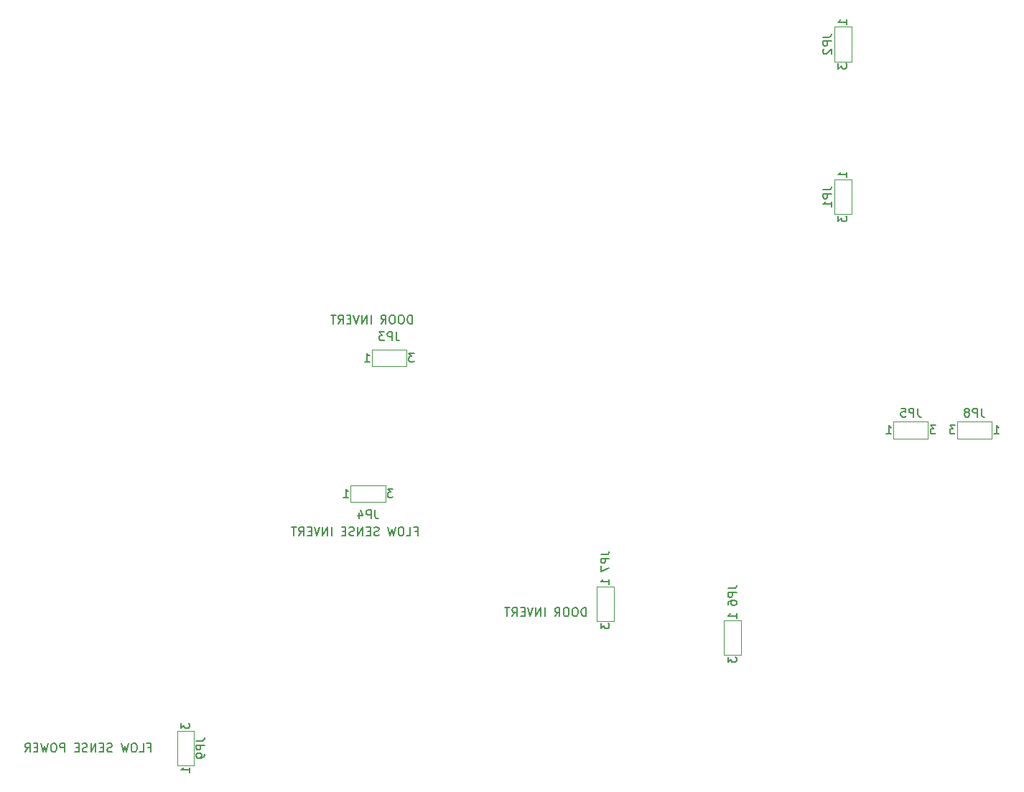
<source format=gbr>
%TF.GenerationSoftware,KiCad,Pcbnew,(6.0.1)*%
%TF.CreationDate,2023-02-05T15:58:29-08:00*%
%TF.ProjectId,Interface Board,496e7465-7266-4616-9365-20426f617264,rev?*%
%TF.SameCoordinates,Original*%
%TF.FileFunction,Legend,Bot*%
%TF.FilePolarity,Positive*%
%FSLAX46Y46*%
G04 Gerber Fmt 4.6, Leading zero omitted, Abs format (unit mm)*
G04 Created by KiCad (PCBNEW (6.0.1)) date 2023-02-05 15:58:29*
%MOMM*%
%LPD*%
G01*
G04 APERTURE LIST*
G04 Aperture macros list*
%AMRoundRect*
0 Rectangle with rounded corners*
0 $1 Rounding radius*
0 $2 $3 $4 $5 $6 $7 $8 $9 X,Y pos of 4 corners*
0 Add a 4 corners polygon primitive as box body*
4,1,4,$2,$3,$4,$5,$6,$7,$8,$9,$2,$3,0*
0 Add four circle primitives for the rounded corners*
1,1,$1+$1,$2,$3*
1,1,$1+$1,$4,$5*
1,1,$1+$1,$6,$7*
1,1,$1+$1,$8,$9*
0 Add four rect primitives between the rounded corners*
20,1,$1+$1,$2,$3,$4,$5,0*
20,1,$1+$1,$4,$5,$6,$7,0*
20,1,$1+$1,$6,$7,$8,$9,0*
20,1,$1+$1,$8,$9,$2,$3,0*%
G04 Aperture macros list end*
%ADD10C,0.150000*%
%ADD11C,0.120000*%
%ADD12C,1.440000*%
%ADD13C,1.400000*%
%ADD14O,1.400000X1.400000*%
%ADD15R,1.800000X1.800000*%
%ADD16C,1.800000*%
%ADD17RoundRect,0.250000X-0.725000X0.600000X-0.725000X-0.600000X0.725000X-0.600000X0.725000X0.600000X0*%
%ADD18O,1.950000X1.700000*%
%ADD19R,1.600000X1.600000*%
%ADD20C,1.600000*%
%ADD21R,3.000000X3.000000*%
%ADD22C,3.000000*%
%ADD23R,2.400000X2.400000*%
%ADD24O,2.400000X2.400000*%
%ADD25C,2.000000*%
%ADD26R,4.000000X3.000000*%
%ADD27O,4.000000X3.000000*%
%ADD28O,3.500000X3.500000*%
%ADD29R,1.905000X2.000000*%
%ADD30O,1.905000X2.000000*%
%ADD31C,2.500000*%
%ADD32R,2.400000X1.600000*%
%ADD33O,2.400000X1.600000*%
%ADD34C,1.200000*%
%ADD35C,0.800000*%
%ADD36C,6.400000*%
%ADD37R,1.600000X2.400000*%
%ADD38O,1.600000X2.400000*%
%ADD39RoundRect,0.250000X-0.750000X0.600000X-0.750000X-0.600000X0.750000X-0.600000X0.750000X0.600000X0*%
%ADD40O,2.000000X1.700000*%
%ADD41R,1.000000X1.500000*%
%ADD42R,1.500000X1.000000*%
G04 APERTURE END LIST*
D10*
X70214285Y57047619D02*
X70214285Y58047619D01*
X69976190Y58047619D01*
X69833333Y58000000D01*
X69738095Y57904761D01*
X69690476Y57809523D01*
X69642857Y57619047D01*
X69642857Y57476190D01*
X69690476Y57285714D01*
X69738095Y57190476D01*
X69833333Y57095238D01*
X69976190Y57047619D01*
X70214285Y57047619D01*
X69023809Y58047619D02*
X68833333Y58047619D01*
X68738095Y58000000D01*
X68642857Y57904761D01*
X68595238Y57714285D01*
X68595238Y57380952D01*
X68642857Y57190476D01*
X68738095Y57095238D01*
X68833333Y57047619D01*
X69023809Y57047619D01*
X69119047Y57095238D01*
X69214285Y57190476D01*
X69261904Y57380952D01*
X69261904Y57714285D01*
X69214285Y57904761D01*
X69119047Y58000000D01*
X69023809Y58047619D01*
X67976190Y58047619D02*
X67785714Y58047619D01*
X67690476Y58000000D01*
X67595238Y57904761D01*
X67547619Y57714285D01*
X67547619Y57380952D01*
X67595238Y57190476D01*
X67690476Y57095238D01*
X67785714Y57047619D01*
X67976190Y57047619D01*
X68071428Y57095238D01*
X68166666Y57190476D01*
X68214285Y57380952D01*
X68214285Y57714285D01*
X68166666Y57904761D01*
X68071428Y58000000D01*
X67976190Y58047619D01*
X66547619Y57047619D02*
X66880952Y57523809D01*
X67119047Y57047619D02*
X67119047Y58047619D01*
X66738095Y58047619D01*
X66642857Y58000000D01*
X66595238Y57952380D01*
X66547619Y57857142D01*
X66547619Y57714285D01*
X66595238Y57619047D01*
X66642857Y57571428D01*
X66738095Y57523809D01*
X67119047Y57523809D01*
X65357142Y57047619D02*
X65357142Y58047619D01*
X64880952Y57047619D02*
X64880952Y58047619D01*
X64309523Y57047619D01*
X64309523Y58047619D01*
X63976190Y58047619D02*
X63642857Y57047619D01*
X63309523Y58047619D01*
X62976190Y57571428D02*
X62642857Y57571428D01*
X62500000Y57047619D02*
X62976190Y57047619D01*
X62976190Y58047619D01*
X62500000Y58047619D01*
X61500000Y57047619D02*
X61833333Y57523809D01*
X62071428Y57047619D02*
X62071428Y58047619D01*
X61690476Y58047619D01*
X61595238Y58000000D01*
X61547619Y57952380D01*
X61500000Y57857142D01*
X61500000Y57714285D01*
X61547619Y57619047D01*
X61595238Y57571428D01*
X61690476Y57523809D01*
X62071428Y57523809D01*
X61214285Y58047619D02*
X60642857Y58047619D01*
X60928571Y57047619D02*
X60928571Y58047619D01*
X90714285Y22547619D02*
X90714285Y23547619D01*
X90476190Y23547619D01*
X90333333Y23500000D01*
X90238095Y23404761D01*
X90190476Y23309523D01*
X90142857Y23119047D01*
X90142857Y22976190D01*
X90190476Y22785714D01*
X90238095Y22690476D01*
X90333333Y22595238D01*
X90476190Y22547619D01*
X90714285Y22547619D01*
X89523809Y23547619D02*
X89333333Y23547619D01*
X89238095Y23500000D01*
X89142857Y23404761D01*
X89095238Y23214285D01*
X89095238Y22880952D01*
X89142857Y22690476D01*
X89238095Y22595238D01*
X89333333Y22547619D01*
X89523809Y22547619D01*
X89619047Y22595238D01*
X89714285Y22690476D01*
X89761904Y22880952D01*
X89761904Y23214285D01*
X89714285Y23404761D01*
X89619047Y23500000D01*
X89523809Y23547619D01*
X88476190Y23547619D02*
X88285714Y23547619D01*
X88190476Y23500000D01*
X88095238Y23404761D01*
X88047619Y23214285D01*
X88047619Y22880952D01*
X88095238Y22690476D01*
X88190476Y22595238D01*
X88285714Y22547619D01*
X88476190Y22547619D01*
X88571428Y22595238D01*
X88666666Y22690476D01*
X88714285Y22880952D01*
X88714285Y23214285D01*
X88666666Y23404761D01*
X88571428Y23500000D01*
X88476190Y23547619D01*
X87047619Y22547619D02*
X87380952Y23023809D01*
X87619047Y22547619D02*
X87619047Y23547619D01*
X87238095Y23547619D01*
X87142857Y23500000D01*
X87095238Y23452380D01*
X87047619Y23357142D01*
X87047619Y23214285D01*
X87095238Y23119047D01*
X87142857Y23071428D01*
X87238095Y23023809D01*
X87619047Y23023809D01*
X85857142Y22547619D02*
X85857142Y23547619D01*
X85380952Y22547619D02*
X85380952Y23547619D01*
X84809523Y22547619D01*
X84809523Y23547619D01*
X84476190Y23547619D02*
X84142857Y22547619D01*
X83809523Y23547619D01*
X83476190Y23071428D02*
X83142857Y23071428D01*
X83000000Y22547619D02*
X83476190Y22547619D01*
X83476190Y23547619D01*
X83000000Y23547619D01*
X82000000Y22547619D02*
X82333333Y23023809D01*
X82571428Y22547619D02*
X82571428Y23547619D01*
X82190476Y23547619D01*
X82095238Y23500000D01*
X82047619Y23452380D01*
X82000000Y23357142D01*
X82000000Y23214285D01*
X82047619Y23119047D01*
X82095238Y23071428D01*
X82190476Y23023809D01*
X82571428Y23023809D01*
X81714285Y23547619D02*
X81142857Y23547619D01*
X81428571Y22547619D02*
X81428571Y23547619D01*
X39047619Y7071428D02*
X39380952Y7071428D01*
X39380952Y6547619D02*
X39380952Y7547619D01*
X38904761Y7547619D01*
X38047619Y6547619D02*
X38523809Y6547619D01*
X38523809Y7547619D01*
X37523809Y7547619D02*
X37333333Y7547619D01*
X37238095Y7500000D01*
X37142857Y7404761D01*
X37095238Y7214285D01*
X37095238Y6880952D01*
X37142857Y6690476D01*
X37238095Y6595238D01*
X37333333Y6547619D01*
X37523809Y6547619D01*
X37619047Y6595238D01*
X37714285Y6690476D01*
X37761904Y6880952D01*
X37761904Y7214285D01*
X37714285Y7404761D01*
X37619047Y7500000D01*
X37523809Y7547619D01*
X36761904Y7547619D02*
X36523809Y6547619D01*
X36333333Y7261904D01*
X36142857Y6547619D01*
X35904761Y7547619D01*
X34809523Y6595238D02*
X34666666Y6547619D01*
X34428571Y6547619D01*
X34333333Y6595238D01*
X34285714Y6642857D01*
X34238095Y6738095D01*
X34238095Y6833333D01*
X34285714Y6928571D01*
X34333333Y6976190D01*
X34428571Y7023809D01*
X34619047Y7071428D01*
X34714285Y7119047D01*
X34761904Y7166666D01*
X34809523Y7261904D01*
X34809523Y7357142D01*
X34761904Y7452380D01*
X34714285Y7500000D01*
X34619047Y7547619D01*
X34380952Y7547619D01*
X34238095Y7500000D01*
X33809523Y7071428D02*
X33476190Y7071428D01*
X33333333Y6547619D02*
X33809523Y6547619D01*
X33809523Y7547619D01*
X33333333Y7547619D01*
X32904761Y6547619D02*
X32904761Y7547619D01*
X32333333Y6547619D01*
X32333333Y7547619D01*
X31904761Y6595238D02*
X31761904Y6547619D01*
X31523809Y6547619D01*
X31428571Y6595238D01*
X31380952Y6642857D01*
X31333333Y6738095D01*
X31333333Y6833333D01*
X31380952Y6928571D01*
X31428571Y6976190D01*
X31523809Y7023809D01*
X31714285Y7071428D01*
X31809523Y7119047D01*
X31857142Y7166666D01*
X31904761Y7261904D01*
X31904761Y7357142D01*
X31857142Y7452380D01*
X31809523Y7500000D01*
X31714285Y7547619D01*
X31476190Y7547619D01*
X31333333Y7500000D01*
X30904761Y7071428D02*
X30571428Y7071428D01*
X30428571Y6547619D02*
X30904761Y6547619D01*
X30904761Y7547619D01*
X30428571Y7547619D01*
X29238095Y6547619D02*
X29238095Y7547619D01*
X28857142Y7547619D01*
X28761904Y7500000D01*
X28714285Y7452380D01*
X28666666Y7357142D01*
X28666666Y7214285D01*
X28714285Y7119047D01*
X28761904Y7071428D01*
X28857142Y7023809D01*
X29238095Y7023809D01*
X28047619Y7547619D02*
X27857142Y7547619D01*
X27761904Y7500000D01*
X27666666Y7404761D01*
X27619047Y7214285D01*
X27619047Y6880952D01*
X27666666Y6690476D01*
X27761904Y6595238D01*
X27857142Y6547619D01*
X28047619Y6547619D01*
X28142857Y6595238D01*
X28238095Y6690476D01*
X28285714Y6880952D01*
X28285714Y7214285D01*
X28238095Y7404761D01*
X28142857Y7500000D01*
X28047619Y7547619D01*
X27285714Y7547619D02*
X27047619Y6547619D01*
X26857142Y7261904D01*
X26666666Y6547619D01*
X26428571Y7547619D01*
X26047619Y7071428D02*
X25714285Y7071428D01*
X25571428Y6547619D02*
X26047619Y6547619D01*
X26047619Y7547619D01*
X25571428Y7547619D01*
X24571428Y6547619D02*
X24904761Y7023809D01*
X25142857Y6547619D02*
X25142857Y7547619D01*
X24761904Y7547619D01*
X24666666Y7500000D01*
X24619047Y7452380D01*
X24571428Y7357142D01*
X24571428Y7214285D01*
X24619047Y7119047D01*
X24666666Y7071428D01*
X24761904Y7023809D01*
X25142857Y7023809D01*
X70523809Y32571428D02*
X70857142Y32571428D01*
X70857142Y32047619D02*
X70857142Y33047619D01*
X70380952Y33047619D01*
X69523809Y32047619D02*
X70000000Y32047619D01*
X70000000Y33047619D01*
X69000000Y33047619D02*
X68809523Y33047619D01*
X68714285Y33000000D01*
X68619047Y32904761D01*
X68571428Y32714285D01*
X68571428Y32380952D01*
X68619047Y32190476D01*
X68714285Y32095238D01*
X68809523Y32047619D01*
X69000000Y32047619D01*
X69095238Y32095238D01*
X69190476Y32190476D01*
X69238095Y32380952D01*
X69238095Y32714285D01*
X69190476Y32904761D01*
X69095238Y33000000D01*
X69000000Y33047619D01*
X68238095Y33047619D02*
X68000000Y32047619D01*
X67809523Y32761904D01*
X67619047Y32047619D01*
X67380952Y33047619D01*
X66285714Y32095238D02*
X66142857Y32047619D01*
X65904761Y32047619D01*
X65809523Y32095238D01*
X65761904Y32142857D01*
X65714285Y32238095D01*
X65714285Y32333333D01*
X65761904Y32428571D01*
X65809523Y32476190D01*
X65904761Y32523809D01*
X66095238Y32571428D01*
X66190476Y32619047D01*
X66238095Y32666666D01*
X66285714Y32761904D01*
X66285714Y32857142D01*
X66238095Y32952380D01*
X66190476Y33000000D01*
X66095238Y33047619D01*
X65857142Y33047619D01*
X65714285Y33000000D01*
X65285714Y32571428D02*
X64952380Y32571428D01*
X64809523Y32047619D02*
X65285714Y32047619D01*
X65285714Y33047619D01*
X64809523Y33047619D01*
X64380952Y32047619D02*
X64380952Y33047619D01*
X63809523Y32047619D01*
X63809523Y33047619D01*
X63380952Y32095238D02*
X63238095Y32047619D01*
X63000000Y32047619D01*
X62904761Y32095238D01*
X62857142Y32142857D01*
X62809523Y32238095D01*
X62809523Y32333333D01*
X62857142Y32428571D01*
X62904761Y32476190D01*
X63000000Y32523809D01*
X63190476Y32571428D01*
X63285714Y32619047D01*
X63333333Y32666666D01*
X63380952Y32761904D01*
X63380952Y32857142D01*
X63333333Y32952380D01*
X63285714Y33000000D01*
X63190476Y33047619D01*
X62952380Y33047619D01*
X62809523Y33000000D01*
X62380952Y32571428D02*
X62047619Y32571428D01*
X61904761Y32047619D02*
X62380952Y32047619D01*
X62380952Y33047619D01*
X61904761Y33047619D01*
X60714285Y32047619D02*
X60714285Y33047619D01*
X60238095Y32047619D02*
X60238095Y33047619D01*
X59666666Y32047619D01*
X59666666Y33047619D01*
X59333333Y33047619D02*
X59000000Y32047619D01*
X58666666Y33047619D01*
X58333333Y32571428D02*
X58000000Y32571428D01*
X57857142Y32047619D02*
X58333333Y32047619D01*
X58333333Y33047619D01*
X57857142Y33047619D01*
X56857142Y32047619D02*
X57190476Y32523809D01*
X57428571Y32047619D02*
X57428571Y33047619D01*
X57047619Y33047619D01*
X56952380Y33000000D01*
X56904761Y32952380D01*
X56857142Y32857142D01*
X56857142Y32714285D01*
X56904761Y32619047D01*
X56952380Y32571428D01*
X57047619Y32523809D01*
X57428571Y32523809D01*
X56571428Y33047619D02*
X56000000Y33047619D01*
X56285714Y32047619D02*
X56285714Y33047619D01*
%TO.C,JP3*%
X68333333Y56047619D02*
X68333333Y55333333D01*
X68380952Y55190476D01*
X68476190Y55095238D01*
X68619047Y55047619D01*
X68714285Y55047619D01*
X67857142Y55047619D02*
X67857142Y56047619D01*
X67476190Y56047619D01*
X67380952Y56000000D01*
X67333333Y55952380D01*
X67285714Y55857142D01*
X67285714Y55714285D01*
X67333333Y55619047D01*
X67380952Y55571428D01*
X67476190Y55523809D01*
X67857142Y55523809D01*
X66952380Y56047619D02*
X66333333Y56047619D01*
X66666666Y55666666D01*
X66523809Y55666666D01*
X66428571Y55619047D01*
X66380952Y55571428D01*
X66333333Y55476190D01*
X66333333Y55238095D01*
X66380952Y55142857D01*
X66428571Y55095238D01*
X66523809Y55047619D01*
X66809523Y55047619D01*
X66904761Y55095238D01*
X66952380Y55142857D01*
X70433333Y53547619D02*
X69814285Y53547619D01*
X70147619Y53166666D01*
X70004761Y53166666D01*
X69909523Y53119047D01*
X69861904Y53071428D01*
X69814285Y52976190D01*
X69814285Y52738095D01*
X69861904Y52642857D01*
X69909523Y52595238D01*
X70004761Y52547619D01*
X70290476Y52547619D01*
X70385714Y52595238D01*
X70433333Y52642857D01*
X64614285Y52547619D02*
X65185714Y52547619D01*
X64900000Y52547619D02*
X64900000Y53547619D01*
X64995238Y53404761D01*
X65090476Y53309523D01*
X65185714Y53261904D01*
%TO.C,JP1*%
X118652380Y72833333D02*
X119366666Y72833333D01*
X119509523Y72880952D01*
X119604761Y72976190D01*
X119652380Y73119047D01*
X119652380Y73214285D01*
X119652380Y72357142D02*
X118652380Y72357142D01*
X118652380Y71976190D01*
X118700000Y71880952D01*
X118747619Y71833333D01*
X118842857Y71785714D01*
X118985714Y71785714D01*
X119080952Y71833333D01*
X119128571Y71880952D01*
X119176190Y71976190D01*
X119176190Y72357142D01*
X119652380Y70833333D02*
X119652380Y71404761D01*
X119652380Y71119047D02*
X118652380Y71119047D01*
X118795238Y71214285D01*
X118890476Y71309523D01*
X118938095Y71404761D01*
X121452380Y74314285D02*
X121452380Y74885714D01*
X121452380Y74600000D02*
X120452380Y74600000D01*
X120595238Y74695238D01*
X120690476Y74790476D01*
X120738095Y74885714D01*
X120452380Y69733333D02*
X120452380Y69114285D01*
X120833333Y69447619D01*
X120833333Y69304761D01*
X120880952Y69209523D01*
X120928571Y69161904D01*
X121023809Y69114285D01*
X121261904Y69114285D01*
X121357142Y69161904D01*
X121404761Y69209523D01*
X121452380Y69304761D01*
X121452380Y69590476D01*
X121404761Y69685714D01*
X121357142Y69733333D01*
%TO.C,JP2*%
X118652380Y90833333D02*
X119366666Y90833333D01*
X119509523Y90880952D01*
X119604761Y90976190D01*
X119652380Y91119047D01*
X119652380Y91214285D01*
X119652380Y90357142D02*
X118652380Y90357142D01*
X118652380Y89976190D01*
X118700000Y89880952D01*
X118747619Y89833333D01*
X118842857Y89785714D01*
X118985714Y89785714D01*
X119080952Y89833333D01*
X119128571Y89880952D01*
X119176190Y89976190D01*
X119176190Y90357142D01*
X118747619Y89404761D02*
X118700000Y89357142D01*
X118652380Y89261904D01*
X118652380Y89023809D01*
X118700000Y88928571D01*
X118747619Y88880952D01*
X118842857Y88833333D01*
X118938095Y88833333D01*
X119080952Y88880952D01*
X119652380Y89452380D01*
X119652380Y88833333D01*
X120452380Y87733333D02*
X120452380Y87114285D01*
X120833333Y87447619D01*
X120833333Y87304761D01*
X120880952Y87209523D01*
X120928571Y87161904D01*
X121023809Y87114285D01*
X121261904Y87114285D01*
X121357142Y87161904D01*
X121404761Y87209523D01*
X121452380Y87304761D01*
X121452380Y87590476D01*
X121404761Y87685714D01*
X121357142Y87733333D01*
X121452380Y92314285D02*
X121452380Y92885714D01*
X121452380Y92600000D02*
X120452380Y92600000D01*
X120595238Y92695238D01*
X120690476Y92790476D01*
X120738095Y92885714D01*
%TO.C,JP7*%
X92452380Y29833333D02*
X93166666Y29833333D01*
X93309523Y29880952D01*
X93404761Y29976190D01*
X93452380Y30119047D01*
X93452380Y30214285D01*
X93452380Y29357142D02*
X92452380Y29357142D01*
X92452380Y28976190D01*
X92500000Y28880952D01*
X92547619Y28833333D01*
X92642857Y28785714D01*
X92785714Y28785714D01*
X92880952Y28833333D01*
X92928571Y28880952D01*
X92976190Y28976190D01*
X92976190Y29357142D01*
X92452380Y28452380D02*
X92452380Y27785714D01*
X93452380Y28214285D01*
X92452380Y21733333D02*
X92452380Y21114285D01*
X92833333Y21447619D01*
X92833333Y21304761D01*
X92880952Y21209523D01*
X92928571Y21161904D01*
X93023809Y21114285D01*
X93261904Y21114285D01*
X93357142Y21161904D01*
X93404761Y21209523D01*
X93452380Y21304761D01*
X93452380Y21590476D01*
X93404761Y21685714D01*
X93357142Y21733333D01*
X93452380Y26314285D02*
X93452380Y26885714D01*
X93452380Y26600000D02*
X92452380Y26600000D01*
X92595238Y26695238D01*
X92690476Y26790476D01*
X92738095Y26885714D01*
%TO.C,JP5*%
X129833333Y47047619D02*
X129833333Y46333333D01*
X129880952Y46190476D01*
X129976190Y46095238D01*
X130119047Y46047619D01*
X130214285Y46047619D01*
X129357142Y46047619D02*
X129357142Y47047619D01*
X128976190Y47047619D01*
X128880952Y47000000D01*
X128833333Y46952380D01*
X128785714Y46857142D01*
X128785714Y46714285D01*
X128833333Y46619047D01*
X128880952Y46571428D01*
X128976190Y46523809D01*
X129357142Y46523809D01*
X127880952Y47047619D02*
X128357142Y47047619D01*
X128404761Y46571428D01*
X128357142Y46619047D01*
X128261904Y46666666D01*
X128023809Y46666666D01*
X127928571Y46619047D01*
X127880952Y46571428D01*
X127833333Y46476190D01*
X127833333Y46238095D01*
X127880952Y46142857D01*
X127928571Y46095238D01*
X128023809Y46047619D01*
X128261904Y46047619D01*
X128357142Y46095238D01*
X128404761Y46142857D01*
X126114285Y44047619D02*
X126685714Y44047619D01*
X126400000Y44047619D02*
X126400000Y45047619D01*
X126495238Y44904761D01*
X126590476Y44809523D01*
X126685714Y44761904D01*
X131933333Y45047619D02*
X131314285Y45047619D01*
X131647619Y44666666D01*
X131504761Y44666666D01*
X131409523Y44619047D01*
X131361904Y44571428D01*
X131314285Y44476190D01*
X131314285Y44238095D01*
X131361904Y44142857D01*
X131409523Y44095238D01*
X131504761Y44047619D01*
X131790476Y44047619D01*
X131885714Y44095238D01*
X131933333Y44142857D01*
%TO.C,JP4*%
X65833333Y35047619D02*
X65833333Y34333333D01*
X65880952Y34190476D01*
X65976190Y34095238D01*
X66119047Y34047619D01*
X66214285Y34047619D01*
X65357142Y34047619D02*
X65357142Y35047619D01*
X64976190Y35047619D01*
X64880952Y35000000D01*
X64833333Y34952380D01*
X64785714Y34857142D01*
X64785714Y34714285D01*
X64833333Y34619047D01*
X64880952Y34571428D01*
X64976190Y34523809D01*
X65357142Y34523809D01*
X63928571Y34714285D02*
X63928571Y34047619D01*
X64166666Y35095238D02*
X64404761Y34380952D01*
X63785714Y34380952D01*
X67933333Y37547619D02*
X67314285Y37547619D01*
X67647619Y37166666D01*
X67504761Y37166666D01*
X67409523Y37119047D01*
X67361904Y37071428D01*
X67314285Y36976190D01*
X67314285Y36738095D01*
X67361904Y36642857D01*
X67409523Y36595238D01*
X67504761Y36547619D01*
X67790476Y36547619D01*
X67885714Y36595238D01*
X67933333Y36642857D01*
X62114285Y36547619D02*
X62685714Y36547619D01*
X62400000Y36547619D02*
X62400000Y37547619D01*
X62495238Y37404761D01*
X62590476Y37309523D01*
X62685714Y37261904D01*
%TO.C,JP9*%
X44752380Y7833333D02*
X45466666Y7833333D01*
X45609523Y7880952D01*
X45704761Y7976190D01*
X45752380Y8119047D01*
X45752380Y8214285D01*
X45752380Y7357142D02*
X44752380Y7357142D01*
X44752380Y6976190D01*
X44800000Y6880952D01*
X44847619Y6833333D01*
X44942857Y6785714D01*
X45085714Y6785714D01*
X45180952Y6833333D01*
X45228571Y6880952D01*
X45276190Y6976190D01*
X45276190Y7357142D01*
X45752380Y6309523D02*
X45752380Y6119047D01*
X45704761Y6023809D01*
X45657142Y5976190D01*
X45514285Y5880952D01*
X45323809Y5833333D01*
X44942857Y5833333D01*
X44847619Y5880952D01*
X44800000Y5928571D01*
X44752380Y6023809D01*
X44752380Y6214285D01*
X44800000Y6309523D01*
X44847619Y6357142D01*
X44942857Y6404761D01*
X45180952Y6404761D01*
X45276190Y6357142D01*
X45323809Y6309523D01*
X45371428Y6214285D01*
X45371428Y6023809D01*
X45323809Y5928571D01*
X45276190Y5880952D01*
X45180952Y5833333D01*
X42952380Y9933333D02*
X42952380Y9314285D01*
X43333333Y9647619D01*
X43333333Y9504761D01*
X43380952Y9409523D01*
X43428571Y9361904D01*
X43523809Y9314285D01*
X43761904Y9314285D01*
X43857142Y9361904D01*
X43904761Y9409523D01*
X43952380Y9504761D01*
X43952380Y9790476D01*
X43904761Y9885714D01*
X43857142Y9933333D01*
X43952380Y4114285D02*
X43952380Y4685714D01*
X43952380Y4400000D02*
X42952380Y4400000D01*
X43095238Y4495238D01*
X43190476Y4590476D01*
X43238095Y4685714D01*
%TO.C,JP6*%
X107452380Y25833333D02*
X108166666Y25833333D01*
X108309523Y25880952D01*
X108404761Y25976190D01*
X108452380Y26119047D01*
X108452380Y26214285D01*
X108452380Y25357142D02*
X107452380Y25357142D01*
X107452380Y24976190D01*
X107500000Y24880952D01*
X107547619Y24833333D01*
X107642857Y24785714D01*
X107785714Y24785714D01*
X107880952Y24833333D01*
X107928571Y24880952D01*
X107976190Y24976190D01*
X107976190Y25357142D01*
X107452380Y23928571D02*
X107452380Y24119047D01*
X107500000Y24214285D01*
X107547619Y24261904D01*
X107690476Y24357142D01*
X107880952Y24404761D01*
X108261904Y24404761D01*
X108357142Y24357142D01*
X108404761Y24309523D01*
X108452380Y24214285D01*
X108452380Y24023809D01*
X108404761Y23928571D01*
X108357142Y23880952D01*
X108261904Y23833333D01*
X108023809Y23833333D01*
X107928571Y23880952D01*
X107880952Y23928571D01*
X107833333Y24023809D01*
X107833333Y24214285D01*
X107880952Y24309523D01*
X107928571Y24357142D01*
X108023809Y24404761D01*
X107452380Y17733333D02*
X107452380Y17114285D01*
X107833333Y17447619D01*
X107833333Y17304761D01*
X107880952Y17209523D01*
X107928571Y17161904D01*
X108023809Y17114285D01*
X108261904Y17114285D01*
X108357142Y17161904D01*
X108404761Y17209523D01*
X108452380Y17304761D01*
X108452380Y17590476D01*
X108404761Y17685714D01*
X108357142Y17733333D01*
X108452380Y22314285D02*
X108452380Y22885714D01*
X108452380Y22600000D02*
X107452380Y22600000D01*
X107595238Y22695238D01*
X107690476Y22790476D01*
X107738095Y22885714D01*
%TO.C,JP8*%
X137333333Y47047619D02*
X137333333Y46333333D01*
X137380952Y46190476D01*
X137476190Y46095238D01*
X137619047Y46047619D01*
X137714285Y46047619D01*
X136857142Y46047619D02*
X136857142Y47047619D01*
X136476190Y47047619D01*
X136380952Y47000000D01*
X136333333Y46952380D01*
X136285714Y46857142D01*
X136285714Y46714285D01*
X136333333Y46619047D01*
X136380952Y46571428D01*
X136476190Y46523809D01*
X136857142Y46523809D01*
X135714285Y46619047D02*
X135809523Y46666666D01*
X135857142Y46714285D01*
X135904761Y46809523D01*
X135904761Y46857142D01*
X135857142Y46952380D01*
X135809523Y47000000D01*
X135714285Y47047619D01*
X135523809Y47047619D01*
X135428571Y47000000D01*
X135380952Y46952380D01*
X135333333Y46857142D01*
X135333333Y46809523D01*
X135380952Y46714285D01*
X135428571Y46666666D01*
X135523809Y46619047D01*
X135714285Y46619047D01*
X135809523Y46571428D01*
X135857142Y46523809D01*
X135904761Y46428571D01*
X135904761Y46238095D01*
X135857142Y46142857D01*
X135809523Y46095238D01*
X135714285Y46047619D01*
X135523809Y46047619D01*
X135428571Y46095238D01*
X135380952Y46142857D01*
X135333333Y46238095D01*
X135333333Y46428571D01*
X135380952Y46523809D01*
X135428571Y46571428D01*
X135523809Y46619047D01*
X138814285Y44047619D02*
X139385714Y44047619D01*
X139100000Y44047619D02*
X139100000Y45047619D01*
X139195238Y44904761D01*
X139290476Y44809523D01*
X139385714Y44761904D01*
X134233333Y45047619D02*
X133614285Y45047619D01*
X133947619Y44666666D01*
X133804761Y44666666D01*
X133709523Y44619047D01*
X133661904Y44571428D01*
X133614285Y44476190D01*
X133614285Y44238095D01*
X133661904Y44142857D01*
X133709523Y44095238D01*
X133804761Y44047619D01*
X134090476Y44047619D01*
X134185714Y44095238D01*
X134233333Y44142857D01*
D11*
%TO.C,JP3*%
X65450000Y54000000D02*
X65450000Y52000000D01*
X69550000Y54000000D02*
X65450000Y54000000D01*
X65450000Y52000000D02*
X69550000Y52000000D01*
X69550000Y52000000D02*
X69550000Y54000000D01*
%TO.C,JP1*%
X120000000Y69950000D02*
X122000000Y69950000D01*
X122000000Y74050000D02*
X120000000Y74050000D01*
X122000000Y69950000D02*
X122000000Y74050000D01*
X120000000Y74050000D02*
X120000000Y69950000D01*
%TO.C,JP2*%
X120000000Y87950000D02*
X122000000Y87950000D01*
X122000000Y92050000D02*
X120000000Y92050000D01*
X122000000Y87950000D02*
X122000000Y92050000D01*
X120000000Y92050000D02*
X120000000Y87950000D01*
%TO.C,JP7*%
X94000000Y21950000D02*
X94000000Y26050000D01*
X92000000Y26050000D02*
X92000000Y21950000D01*
X94000000Y26050000D02*
X92000000Y26050000D01*
X92000000Y21950000D02*
X94000000Y21950000D01*
%TO.C,JP5*%
X126950000Y45500000D02*
X126950000Y43500000D01*
X131050000Y43500000D02*
X131050000Y45500000D01*
X126950000Y43500000D02*
X131050000Y43500000D01*
X131050000Y45500000D02*
X126950000Y45500000D01*
%TO.C,JP4*%
X67050000Y36000000D02*
X67050000Y38000000D01*
X67050000Y38000000D02*
X62950000Y38000000D01*
X62950000Y36000000D02*
X67050000Y36000000D01*
X62950000Y38000000D02*
X62950000Y36000000D01*
%TO.C,JP9*%
X42500000Y9050000D02*
X42500000Y4950000D01*
X44500000Y9050000D02*
X42500000Y9050000D01*
X44500000Y4950000D02*
X44500000Y9050000D01*
X42500000Y4950000D02*
X44500000Y4950000D01*
%TO.C,JP6*%
X109000000Y17950000D02*
X109000000Y22050000D01*
X107000000Y17950000D02*
X109000000Y17950000D01*
X109000000Y22050000D02*
X107000000Y22050000D01*
X107000000Y22050000D02*
X107000000Y17950000D01*
%TO.C,JP8*%
X138550000Y43500000D02*
X138550000Y45500000D01*
X134450000Y45500000D02*
X134450000Y43500000D01*
X134450000Y43500000D02*
X138550000Y43500000D01*
X138550000Y45500000D02*
X134450000Y45500000D01*
%TD*%
%LPC*%
D12*
%TO.C,RV1*%
X114550000Y15125000D03*
X112010000Y15125000D03*
X112010000Y12585000D03*
X109470000Y15125000D03*
%TD*%
%TO.C,RV2*%
X83500000Y8500000D03*
X83500000Y5960000D03*
X86040000Y5960000D03*
X83500000Y3420000D03*
%TD*%
D13*
%TO.C,R1*%
X107000000Y72620000D03*
D14*
X107000000Y65000000D03*
%TD*%
D13*
%TO.C,R26*%
X139000000Y41000000D03*
D14*
X139000000Y28300000D03*
%TD*%
D15*
%TO.C,D3*%
X105000000Y94000000D03*
D16*
X105000000Y96540000D03*
%TD*%
D17*
%TO.C,J12*%
X145000000Y43500000D03*
D18*
X145000000Y41000000D03*
X145000000Y38500000D03*
X145000000Y36000000D03*
X145000000Y33500000D03*
%TD*%
D13*
%TO.C,R9*%
X36310000Y24000000D03*
D14*
X28690000Y24000000D03*
%TD*%
D19*
%TO.C,C11*%
X114347349Y6000000D03*
D20*
X117847349Y6000000D03*
%TD*%
%TO.C,C2*%
X102000000Y32000000D03*
X99500000Y32000000D03*
%TD*%
D21*
%TO.C,J4*%
X145000000Y88040000D03*
D22*
X145000000Y82960000D03*
%TD*%
D23*
%TO.C,D9*%
X95650000Y3000000D03*
D24*
X108350000Y3000000D03*
%TD*%
D13*
%TO.C,R10*%
X28690000Y26500000D03*
D14*
X36310000Y26500000D03*
%TD*%
D13*
%TO.C,R5*%
X114000000Y47190000D03*
D14*
X114000000Y54810000D03*
%TD*%
D19*
%TO.C,C8*%
X18000000Y89347349D03*
D20*
X18000000Y92847349D03*
%TD*%
D25*
%TO.C,TP5*%
X75000000Y21000000D03*
%TD*%
D13*
%TO.C,R16*%
X129000000Y41000000D03*
D14*
X129000000Y33380000D03*
%TD*%
D26*
%TO.C,PS1*%
X28767500Y93632500D03*
D27*
X28767500Y71132500D03*
X76267500Y71132500D03*
X76267500Y93632500D03*
%TD*%
D13*
%TO.C,R19*%
X85500000Y26310000D03*
D14*
X85500000Y18690000D03*
%TD*%
D13*
%TO.C,R20*%
X95190000Y7500000D03*
D14*
X102810000Y7500000D03*
%TD*%
D13*
%TO.C,R8*%
X123000000Y47190000D03*
D14*
X123000000Y54810000D03*
%TD*%
D15*
%TO.C,D7*%
X138000000Y12725000D03*
D16*
X138000000Y15265000D03*
%TD*%
D13*
%TO.C,R11*%
X138000000Y9810000D03*
D14*
X138000000Y2190000D03*
%TD*%
D13*
%TO.C,R15*%
X131500000Y9810000D03*
D14*
X131500000Y2190000D03*
%TD*%
D13*
%TO.C,R25*%
X136500000Y41000000D03*
D14*
X136500000Y28300000D03*
%TD*%
D25*
%TO.C,TP4*%
X109500000Y8500000D03*
%TD*%
D28*
%TO.C,U3*%
X60000000Y25930000D03*
D29*
X57460000Y9270000D03*
D30*
X60000000Y9270000D03*
X62540000Y9270000D03*
%TD*%
D22*
%TO.C,K2*%
X116500000Y90000000D03*
D31*
X118450000Y83950000D03*
D22*
X130650000Y83950000D03*
X130700000Y96000000D03*
D31*
X118450000Y95950000D03*
%TD*%
D13*
%TO.C,R13*%
X28690000Y17000000D03*
D14*
X36310000Y17000000D03*
%TD*%
D32*
%TO.C,U1*%
X90700000Y80900000D03*
D33*
X90700000Y78360000D03*
X90700000Y75820000D03*
X90700000Y73280000D03*
X90700000Y70740000D03*
X90700000Y68200000D03*
X90700000Y65660000D03*
X90700000Y63120000D03*
X98320000Y63120000D03*
X98320000Y65660000D03*
X98320000Y68200000D03*
X98320000Y70740000D03*
X98320000Y73280000D03*
X98320000Y75820000D03*
X98320000Y78360000D03*
X98320000Y80900000D03*
%TD*%
D23*
%TO.C,D4*%
X111000000Y95700000D03*
D24*
X111000000Y83000000D03*
%TD*%
D13*
%TO.C,R12*%
X36310000Y19500000D03*
D14*
X28690000Y19500000D03*
%TD*%
D23*
%TO.C,D11*%
X91000000Y18350000D03*
D24*
X91000000Y5650000D03*
%TD*%
D34*
%TO.C,J3*%
X3000000Y69100000D03*
D17*
X5000000Y67500000D03*
D18*
X5000000Y65000000D03*
X5000000Y62500000D03*
%TD*%
D20*
%TO.C,C3*%
X33750000Y29500000D03*
X31250000Y29500000D03*
%TD*%
D19*
%TO.C,C6*%
X69500000Y8152651D03*
D20*
X69500000Y4652651D03*
%TD*%
D13*
%TO.C,R23*%
X131190000Y22000000D03*
D14*
X138810000Y22000000D03*
%TD*%
D15*
%TO.C,D5*%
X114000000Y61000000D03*
D16*
X114000000Y58460000D03*
%TD*%
D25*
%TO.C,TP3*%
X80000000Y13500000D03*
%TD*%
D13*
%TO.C,R29*%
X28690000Y58500000D03*
D14*
X36310000Y58500000D03*
%TD*%
D22*
%TO.C,K1*%
X116500000Y72000000D03*
D31*
X118450000Y65950000D03*
D22*
X130650000Y65950000D03*
X130700000Y78000000D03*
D31*
X118450000Y77950000D03*
%TD*%
D21*
%TO.C,J2*%
X145000000Y77000000D03*
D22*
X145000000Y71920000D03*
%TD*%
D35*
%TO.C,H5*%
X6697056Y93302944D03*
X6697056Y96697056D03*
X7400000Y95000000D03*
D36*
X5000000Y95000000D03*
D35*
X5000000Y97400000D03*
X2600000Y95000000D03*
X3302944Y96697056D03*
X5000000Y92600000D03*
X3302944Y93302944D03*
%TD*%
D34*
%TO.C,J7*%
X3000000Y57600000D03*
D17*
X5000000Y56000000D03*
D18*
X5000000Y53500000D03*
X5000000Y51000000D03*
X5000000Y48500000D03*
%TD*%
D15*
%TO.C,D6*%
X123000000Y61000000D03*
D16*
X123000000Y58460000D03*
%TD*%
D13*
%TO.C,R28*%
X28690000Y53500000D03*
D14*
X36310000Y53500000D03*
%TD*%
D13*
%TO.C,R14*%
X28690000Y14500000D03*
D14*
X36310000Y14500000D03*
%TD*%
D35*
%TO.C,H2*%
X143302944Y96697056D03*
X145000000Y92600000D03*
X143302944Y93302944D03*
X147400000Y95000000D03*
X146697056Y93302944D03*
X145000000Y97400000D03*
D36*
X145000000Y95000000D03*
D35*
X146697056Y96697056D03*
X142600000Y95000000D03*
%TD*%
D37*
%TO.C,U2*%
X53375000Y41200000D03*
D38*
X55915000Y41200000D03*
X58455000Y41200000D03*
X60995000Y41200000D03*
X63535000Y41200000D03*
X66075000Y41200000D03*
X68615000Y41200000D03*
X68615000Y48820000D03*
X66075000Y48820000D03*
X63535000Y48820000D03*
X60995000Y48820000D03*
X58455000Y48820000D03*
X55915000Y48820000D03*
X53375000Y48820000D03*
%TD*%
D20*
%TO.C,C1*%
X98500000Y59750000D03*
X98500000Y57250000D03*
%TD*%
D25*
%TO.C,TP1*%
X120500000Y18500000D03*
%TD*%
D34*
%TO.C,J5*%
X3000000Y44100000D03*
D17*
X5000000Y42500000D03*
D18*
X5000000Y40000000D03*
X5000000Y37500000D03*
X5000000Y35000000D03*
%TD*%
D13*
%TO.C,R3*%
X36310000Y42500000D03*
D14*
X28690000Y42500000D03*
%TD*%
D13*
%TO.C,R24*%
X131190000Y19500000D03*
D14*
X138810000Y19500000D03*
%TD*%
D13*
%TO.C,R22*%
X131190000Y24500000D03*
D14*
X138810000Y24500000D03*
%TD*%
D13*
%TO.C,R21*%
X125000000Y9810000D03*
D14*
X125000000Y2190000D03*
%TD*%
D20*
%TO.C,C5*%
X54750000Y4000000D03*
X57250000Y4000000D03*
%TD*%
D13*
%TO.C,R2*%
X36310000Y37500000D03*
D14*
X28690000Y37500000D03*
%TD*%
D21*
%TO.C,J10*%
X145000000Y66040000D03*
D22*
X145000000Y60960000D03*
%TD*%
D19*
%TO.C,C13*%
X87500000Y92500000D03*
D20*
X87500000Y89000000D03*
%TD*%
D17*
%TO.C,J11*%
X145000000Y27500000D03*
D18*
X145000000Y25000000D03*
X145000000Y22500000D03*
X145000000Y20000000D03*
X145000000Y17500000D03*
X145000000Y15000000D03*
X145000000Y12500000D03*
%TD*%
D34*
%TO.C,J6*%
X143525000Y56100000D03*
D17*
X145525000Y54500000D03*
D18*
X145525000Y52000000D03*
X145525000Y49500000D03*
%TD*%
D32*
%TO.C,U4*%
X96700000Y28625000D03*
D33*
X96700000Y26085000D03*
X96700000Y23545000D03*
X96700000Y21005000D03*
X96700000Y18465000D03*
X96700000Y15925000D03*
X96700000Y13385000D03*
X104320000Y13385000D03*
X104320000Y15925000D03*
X104320000Y18465000D03*
X104320000Y21005000D03*
X104320000Y23545000D03*
X104320000Y26085000D03*
X104320000Y28625000D03*
%TD*%
D13*
%TO.C,R4*%
X107000000Y90620000D03*
D14*
X107000000Y83000000D03*
%TD*%
D19*
%TO.C,C4*%
X49000000Y8152651D03*
D20*
X49000000Y4652651D03*
%TD*%
%TO.C,C12*%
X50000000Y46750000D03*
X50000000Y44250000D03*
%TD*%
D13*
%TO.C,R30*%
X28690000Y51000000D03*
D14*
X36310000Y51000000D03*
%TD*%
D13*
%TO.C,R18*%
X134000000Y41000000D03*
D14*
X134000000Y32110000D03*
%TD*%
D25*
%TO.C,TP2*%
X89500000Y29500000D03*
%TD*%
D13*
%TO.C,R7*%
X36310000Y47500000D03*
D14*
X28690000Y47500000D03*
%TD*%
D15*
%TO.C,D8*%
X131500000Y13000000D03*
D16*
X131500000Y15540000D03*
%TD*%
D19*
%TO.C,C9*%
X97500000Y92500000D03*
D20*
X97500000Y89000000D03*
%TD*%
D13*
%TO.C,R6*%
X36310000Y45000000D03*
D14*
X28690000Y45000000D03*
%TD*%
D21*
%TO.C,J1*%
X5000000Y77420000D03*
D22*
X5000000Y82500000D03*
%TD*%
D35*
%TO.C,H6*%
X5000000Y2600000D03*
X2600000Y5000000D03*
X5000000Y7400000D03*
X6697056Y3302944D03*
X3302944Y6697056D03*
X6697056Y6697056D03*
X7400000Y5000000D03*
X3302944Y3302944D03*
D36*
X5000000Y5000000D03*
%TD*%
D15*
%TO.C,D1*%
X105000000Y76000000D03*
D16*
X105000000Y78540000D03*
%TD*%
D34*
%TO.C,J9*%
X3000000Y21100000D03*
D17*
X5000000Y19500000D03*
D18*
X5000000Y17000000D03*
X5000000Y14500000D03*
%TD*%
D34*
%TO.C,J8*%
X3000000Y30600000D03*
D39*
X5000000Y29000000D03*
D40*
X5000000Y26500000D03*
%TD*%
D13*
%TO.C,R27*%
X28690000Y56000000D03*
D14*
X36310000Y56000000D03*
%TD*%
D20*
%TO.C,C7*%
X62750000Y4000000D03*
X60250000Y4000000D03*
%TD*%
D35*
%TO.C,H1*%
X146697056Y3302944D03*
X147400000Y5000000D03*
X143302944Y3302944D03*
X142600000Y5000000D03*
X145000000Y2600000D03*
X146697056Y6697056D03*
X145000000Y7400000D03*
X143302944Y6697056D03*
D36*
X145000000Y5000000D03*
%TD*%
D23*
%TO.C,D2*%
X111000000Y77700000D03*
D24*
X111000000Y65000000D03*
%TD*%
D15*
%TO.C,D10*%
X125000000Y13000000D03*
D16*
X125000000Y15540000D03*
%TD*%
D13*
%TO.C,R17*%
X131500000Y41000000D03*
D14*
X131500000Y33380000D03*
%TD*%
D20*
%TO.C,C10*%
X85500000Y15750000D03*
X85500000Y13250000D03*
%TD*%
D41*
%TO.C,JP3*%
X66200000Y53000000D03*
X67500000Y53000000D03*
X68800000Y53000000D03*
%TD*%
D42*
%TO.C,JP1*%
X121000000Y73300000D03*
X121000000Y72000000D03*
X121000000Y70700000D03*
%TD*%
%TO.C,JP2*%
X121000000Y91300000D03*
X121000000Y90000000D03*
X121000000Y88700000D03*
%TD*%
%TO.C,JP7*%
X93000000Y25300000D03*
X93000000Y24000000D03*
X93000000Y22700000D03*
%TD*%
D41*
%TO.C,JP5*%
X127700000Y44500000D03*
X129000000Y44500000D03*
X130300000Y44500000D03*
%TD*%
%TO.C,JP4*%
X63700000Y37000000D03*
X65000000Y37000000D03*
X66300000Y37000000D03*
%TD*%
D42*
%TO.C,JP9*%
X43500000Y5700000D03*
X43500000Y7000000D03*
X43500000Y8300000D03*
%TD*%
%TO.C,JP6*%
X108000000Y21300000D03*
X108000000Y20000000D03*
X108000000Y18700000D03*
%TD*%
D41*
%TO.C,JP8*%
X137800000Y44500000D03*
X136500000Y44500000D03*
X135200000Y44500000D03*
%TD*%
D31*
X82000000Y39500000D03*
D35*
X110500000Y72000000D03*
X79175000Y3420000D03*
X140300000Y44500000D03*
X118875000Y15125000D03*
D31*
X127200000Y88700000D03*
X127200000Y70700000D03*
D35*
X110000000Y20000000D03*
X55000000Y53000000D03*
X101500000Y38500000D03*
M02*

</source>
